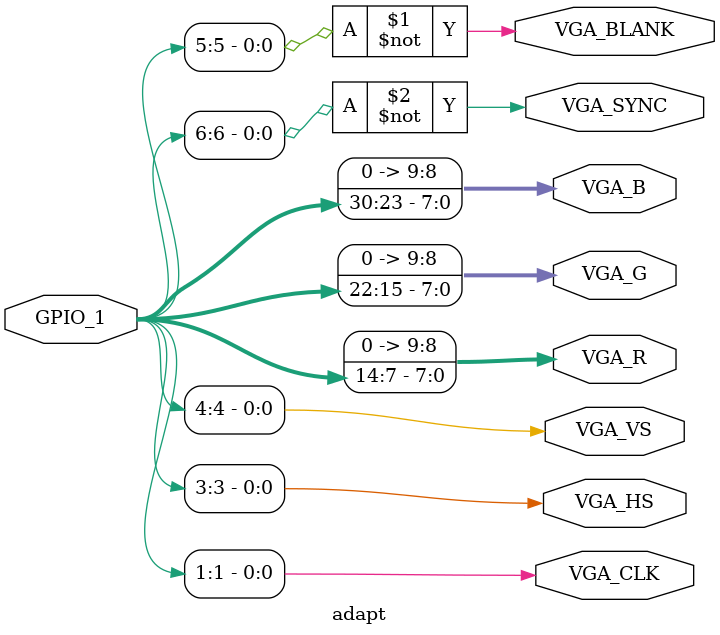
<source format=v>


module adapt(
	GPIO_1,
	VGA_CLK,
	VGA_HS,
	VGA_VS,
	VGA_BLANK,
	VGA_SYNC,
	VGA_R,
	VGA_G,
	VGA_B
);


input [35:0]	GPIO_1;

output VGA_CLK;
output VGA_HS;
output VGA_VS;
output VGA_BLANK;
output VGA_SYNC;
output [9:0] VGA_R;
output [9:0] VGA_G;
output [9:0] VGA_B;


assign	VGA_CLK = GPIO_1[1];
assign	VGA_HS = GPIO_1[3];
assign	VGA_VS = GPIO_1[4];
assign	VGA_BLANK = ~GPIO_1[5];
assign	VGA_SYNC = ~GPIO_1[6];
assign	VGA_R[7:0] = GPIO_1[14:7];
assign	VGA_G[7:0] = GPIO_1[22:15];
assign	VGA_B[7:0] = GPIO_1[30:23];
assign	VGA_R[9:8] = 2'b00;
assign	VGA_G[9:8] = 2'b00;
assign	VGA_B[9:8] = 2'b00;

endmodule

</source>
